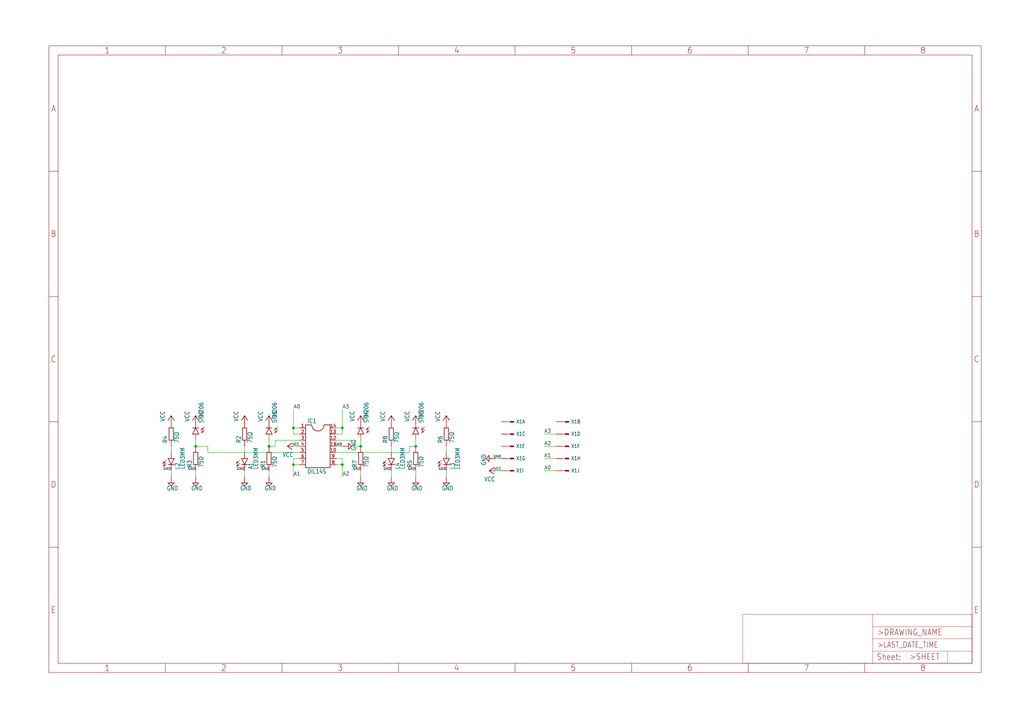
<source format=kicad_sch>
(kicad_sch (version 20210621) (generator eeschema)
  (paper "User" 425.45 299.593)
  (lib_symbols
    (symbol "lsar-eagle-import:057-010-1"
      (property "Reference" "X" (at 1.016 -0.762 0))
      (symbol "057-010-1_1_0"
        (polyline (pts (xy -2.54 0) (xy -1.27 0)) (stroke (width 0.1524)))
        (polyline (pts (xy 0 0) (xy -1.27 0)) (stroke (width 0.6096)))
        (pin passive line (at -5.08 0 0) (length 2.54) (name "S") (number "1"))
      )
      (symbol "057-010-1_2_0"
        (polyline (pts (xy -2.54 0) (xy -1.27 0)) (stroke (width 0.1524)))
        (polyline (pts (xy 0 0) (xy -1.27 0)) (stroke (width 0.6096)))
        (pin passive line (at -5.08 0 0) (length 2.54) (name "S") (number "2"))
      )
      (symbol "057-010-1_3_0"
        (polyline (pts (xy -2.54 0) (xy -1.27 0)) (stroke (width 0.1524)))
        (polyline (pts (xy 0 0) (xy -1.27 0)) (stroke (width 0.6096)))
        (pin passive line (at -5.08 0 0) (length 2.54) (name "S") (number "3"))
      )
      (symbol "057-010-1_4_0"
        (polyline (pts (xy -2.54 0) (xy -1.27 0)) (stroke (width 0.1524)))
        (polyline (pts (xy 0 0) (xy -1.27 0)) (stroke (width 0.6096)))
        (pin passive line (at -5.08 0 0) (length 2.54) (name "S") (number "4"))
      )
      (symbol "057-010-1_5_0"
        (polyline (pts (xy -2.54 0) (xy -1.27 0)) (stroke (width 0.1524)))
        (polyline (pts (xy 0 0) (xy -1.27 0)) (stroke (width 0.6096)))
        (pin passive line (at -5.08 0 0) (length 2.54) (name "S") (number "5"))
      )
      (symbol "057-010-1_6_0"
        (polyline (pts (xy -2.54 0) (xy -1.27 0)) (stroke (width 0.1524)))
        (polyline (pts (xy 0 0) (xy -1.27 0)) (stroke (width 0.6096)))
        (pin passive line (at -5.08 0 0) (length 2.54) (name "S") (number "6"))
      )
      (symbol "057-010-1_7_0"
        (polyline (pts (xy -2.54 0) (xy -1.27 0)) (stroke (width 0.1524)))
        (polyline (pts (xy 0 0) (xy -1.27 0)) (stroke (width 0.6096)))
        (pin passive line (at -5.08 0 0) (length 2.54) (name "S") (number "7"))
      )
      (symbol "057-010-1_8_0"
        (polyline (pts (xy -2.54 0) (xy -1.27 0)) (stroke (width 0.1524)))
        (polyline (pts (xy 0 0) (xy -1.27 0)) (stroke (width 0.6096)))
        (pin passive line (at -5.08 0 0) (length 2.54) (name "S") (number "8"))
      )
      (symbol "057-010-1_9_0"
        (polyline (pts (xy -2.54 0) (xy -1.27 0)) (stroke (width 0.1524)))
        (polyline (pts (xy 0 0) (xy -1.27 0)) (stroke (width 0.6096)))
        (pin passive line (at -5.08 0 0) (length 2.54) (name "S") (number "9"))
      )
      (symbol "057-010-1_10_0"
        (polyline (pts (xy -2.54 0) (xy -1.27 0)) (stroke (width 0.1524)))
        (polyline (pts (xy 0 0) (xy -1.27 0)) (stroke (width 0.6096)))
        (pin passive line (at -5.08 0 0) (length 2.54) (name "S") (number "10"))
      )
    )
    (symbol "lsar-eagle-import:A3L-LOC"
      (symbol "A3L-LOC_0_0"
        (text "1" (at 24.2094 1.905 0) (effects (font (size 2.54 2.286))))
        (text "1" (at 24.2094 258.445 0) (effects (font (size 2.54 2.286))))
        (text "2" (at 72.6281 1.905 0) (effects (font (size 2.54 2.286))))
        (text "2" (at 72.6281 258.445 0) (effects (font (size 2.54 2.286))))
        (text "3" (at 121.0469 1.905 0) (effects (font (size 2.54 2.286))))
        (text "3" (at 121.0469 258.445 0) (effects (font (size 2.54 2.286))))
        (text "4" (at 169.4656 1.905 0) (effects (font (size 2.54 2.286))))
        (text "4" (at 169.4656 258.445 0) (effects (font (size 2.54 2.286))))
        (text "5" (at 217.8844 1.905 0) (effects (font (size 2.54 2.286))))
        (text "5" (at 217.8844 258.445 0) (effects (font (size 2.54 2.286))))
        (text "6" (at 266.3031 1.905 0) (effects (font (size 2.54 2.286))))
        (text "6" (at 266.3031 258.445 0) (effects (font (size 2.54 2.286))))
        (text "7" (at 314.7219 1.905 0) (effects (font (size 2.54 2.286))))
        (text "7" (at 314.7219 258.445 0) (effects (font (size 2.54 2.286))))
        (text "8" (at 363.1406 1.905 0) (effects (font (size 2.54 2.286))))
        (text "8" (at 363.1406 258.445 0) (effects (font (size 2.54 2.286))))
        (text "A" (at 1.905 234.315 0) (effects (font (size 2.54 2.286))))
        (text "A" (at 385.445 234.315 0) (effects (font (size 2.54 2.286))))
        (text "B" (at 1.905 182.245 0) (effects (font (size 2.54 2.286))))
        (text "B" (at 385.445 182.245 0) (effects (font (size 2.54 2.286))))
        (text "C" (at 1.905 130.175 0) (effects (font (size 2.54 2.286))))
        (text "C" (at 385.445 130.175 0) (effects (font (size 2.54 2.286))))
        (text "D" (at 1.905 78.105 0) (effects (font (size 2.54 2.286))))
        (text "D" (at 385.445 78.105 0) (effects (font (size 2.54 2.286))))
        (text "E" (at 1.905 26.035 0) (effects (font (size 2.54 2.286))))
        (text "E" (at 385.445 26.035 0) (effects (font (size 2.54 2.286))))
        (polyline (pts (xy 0 52.07) (xy 3.81 52.07)))
        (polyline (pts (xy 0 104.14) (xy 3.81 104.14)))
        (polyline (pts (xy 0 156.21) (xy 3.81 156.21)))
        (polyline (pts (xy 0 208.28) (xy 3.81 208.28)))
        (polyline (pts (xy 3.81 3.81) (xy 3.81 256.54)))
        (polyline (pts (xy 48.4188 0) (xy 48.4188 3.81)))
        (polyline (pts (xy 48.4188 256.54) (xy 48.4188 260.35)))
        (polyline (pts (xy 96.8375 0) (xy 96.8375 3.81)))
        (polyline (pts (xy 96.8375 256.54) (xy 96.8375 260.35)))
        (polyline (pts (xy 145.2563 0) (xy 145.2563 3.81)))
        (polyline (pts (xy 145.2563 256.54) (xy 145.2563 260.35)))
        (polyline (pts (xy 193.675 0) (xy 193.675 3.81)))
        (polyline (pts (xy 193.675 256.54) (xy 193.675 260.35)))
        (polyline (pts (xy 242.0938 0) (xy 242.0938 3.81)))
        (polyline (pts (xy 242.0938 256.54) (xy 242.0938 260.35)))
        (polyline (pts (xy 290.5125 0) (xy 290.5125 3.81)))
        (polyline (pts (xy 290.5125 256.54) (xy 290.5125 260.35)))
        (polyline (pts (xy 338.9313 0) (xy 338.9313 3.81)))
        (polyline (pts (xy 338.9313 256.54) (xy 338.9313 260.35)))
        (polyline (pts (xy 383.54 3.81) (xy 3.81 3.81)))
        (polyline (pts (xy 383.54 3.81) (xy 383.54 256.54)))
        (polyline (pts (xy 383.54 52.07) (xy 387.35 52.07)))
        (polyline (pts (xy 383.54 104.14) (xy 387.35 104.14)))
        (polyline (pts (xy 383.54 156.21) (xy 387.35 156.21)))
        (polyline (pts (xy 383.54 208.28) (xy 387.35 208.28)))
        (polyline (pts (xy 383.54 256.54) (xy 3.81 256.54)))
        (polyline (pts (xy 0 0) (xy 387.35 0) (xy 387.35 260.35) (xy 0 260.35) (xy 0 0)))
      )
      (symbol "A3L-LOC_1_0"
        (text ">DRAWING_NAME" (at 344.17 15.24 0) (effects (font (size 2.54 2.159)) (justify left bottom)))
        (text ">LAST_DATE_TIME" (at 344.17 10.16 0) (effects (font (size 2.286 1.9431)) (justify left bottom)))
        (text ">SHEET" (at 357.505 5.08 0) (effects (font (size 2.54 2.159)) (justify left bottom)))
        (text "Sheet:" (at 343.916 4.953 0) (effects (font (size 2.54 2.159)) (justify left bottom)))
        (polyline (pts (xy 288.29 3.81) (xy 288.29 24.13)) (stroke (width 0.1016)))
        (polyline (pts (xy 288.29 3.81) (xy 342.265 3.81)) (stroke (width 0.1016)))
        (polyline (pts (xy 288.29 24.13) (xy 342.265 24.13)) (stroke (width 0.1016)))
        (polyline (pts (xy 342.265 3.81) (xy 373.38 3.81)) (stroke (width 0.1016)))
        (polyline (pts (xy 342.265 8.89) (xy 342.265 3.81)) (stroke (width 0.1016)))
        (polyline (pts (xy 342.265 8.89) (xy 342.265 13.97)) (stroke (width 0.1016)))
        (polyline (pts (xy 342.265 13.97) (xy 342.265 19.05)) (stroke (width 0.1016)))
        (polyline (pts (xy 342.265 13.97) (xy 383.54 13.97)) (stroke (width 0.1016)))
        (polyline (pts (xy 342.265 19.05) (xy 342.265 24.13)) (stroke (width 0.1016)))
        (polyline (pts (xy 342.265 19.05) (xy 383.54 19.05)) (stroke (width 0.1016)))
        (polyline (pts (xy 342.265 24.13) (xy 383.54 24.13)) (stroke (width 0.1016)))
        (polyline (pts (xy 373.38 3.81) (xy 373.38 8.89)) (stroke (width 0.1016)))
        (polyline (pts (xy 373.38 3.81) (xy 383.54 3.81)) (stroke (width 0.1016)))
        (polyline (pts (xy 373.38 8.89) (xy 342.265 8.89)) (stroke (width 0.1016)))
        (polyline (pts (xy 373.38 8.89) (xy 383.54 8.89)) (stroke (width 0.1016)))
        (polyline (pts (xy 383.54 3.81) (xy 383.54 8.89)) (stroke (width 0.1016)))
        (polyline (pts (xy 383.54 8.89) (xy 383.54 13.97)) (stroke (width 0.1016)))
        (polyline (pts (xy 383.54 13.97) (xy 383.54 19.05)) (stroke (width 0.1016)))
        (polyline (pts (xy 383.54 19.05) (xy 383.54 24.13)) (stroke (width 0.1016)))
      )
    )
    (symbol "lsar-eagle-import:DIL14S"
      (property "Reference" "IC" (at -4.445 9.525 0))
      (property "Value" "DIL14S" (at -4.445 -11.43 0))
      (symbol "DIL14S_1_0"
        (arc (start -2.54 8.89) (end 2.54 8.89) (radius (at 0 8.89) (length 2.54) (angles -179.9 -0.1)) (stroke (width 0.254)))
        (polyline (pts (xy -5.08 -8.89) (xy 5.08 -8.89)) (stroke (width 0.254)))
        (polyline (pts (xy -5.08 8.89) (xy -5.08 -8.89)) (stroke (width 0.254)))
        (polyline (pts (xy -5.08 8.89) (xy -2.54 8.89)) (stroke (width 0.254)))
        (polyline (pts (xy 5.08 -8.89) (xy 5.08 8.89)) (stroke (width 0.254)))
        (polyline (pts (xy 5.08 8.89) (xy 2.54 8.89)) (stroke (width 0.254)))
        (pin passive line (at -7.62 7.62 0) (length 2.54) (name "1") (number "1"))
        (pin passive line (at 7.62 -2.54 180) (length 2.54) (name "10") (number "10"))
        (pin passive line (at 7.62 0 180) (length 2.54) (name "11") (number "11"))
        (pin passive line (at 7.62 2.54 180) (length 2.54) (name "12") (number "12"))
        (pin passive line (at 7.62 5.08 180) (length 2.54) (name "13") (number "13"))
        (pin passive line (at 7.62 7.62 180) (length 2.54) (name "14") (number "14"))
        (pin passive line (at -7.62 5.08 0) (length 2.54) (name "2") (number "2"))
        (pin passive line (at -7.62 2.54 0) (length 2.54) (name "3") (number "3"))
        (pin passive line (at -7.62 0 0) (length 2.54) (name "4") (number "4"))
        (pin passive line (at -7.62 -2.54 0) (length 2.54) (name "5") (number "5"))
        (pin passive line (at -7.62 -5.08 0) (length 2.54) (name "6") (number "6"))
        (pin passive line (at -7.62 -7.62 0) (length 2.54) (name "7") (number "7"))
        (pin passive line (at 7.62 -7.62 180) (length 2.54) (name "8") (number "8"))
        (pin passive line (at 7.62 -5.08 180) (length 2.54) (name "9") (number "9"))
      )
    )
    (symbol "lsar-eagle-import:GND" (power)
      (property "Value" "GND" (at -1.905 -3.175 0))
      (symbol "GND_1_0"
        (polyline (pts (xy -1.27 0) (xy 1.27 0)) (stroke (width 0.254)))
        (polyline (pts (xy 0 -1.27) (xy -1.27 0)) (stroke (width 0.254)))
        (polyline (pts (xy 1.27 0) (xy 0 -1.27)) (stroke (width 0.254)))
        (pin power_in line (at 0 2.54 270) (length 2.54) (name "GND") (number "1"))
      )
    )
    (symbol "lsar-eagle-import:LED3MM"
      (property "Reference" "LED" (at 3.556 -4.572 90))
      (property "Value" "LED3MM" (at 5.715 -4.572 90))
      (symbol "LED3MM_1_0"
        (polyline (pts (xy -2.032 -0.762) (xy -3.429 -2.159)) (stroke (width 0.1524)))
        (polyline (pts (xy -1.905 -1.905) (xy -3.302 -3.302)) (stroke (width 0.1524)))
        (polyline (pts (xy 0 -2.54) (xy -1.27 -2.54)) (stroke (width 0.254)))
        (polyline (pts (xy 0 -2.54) (xy -1.27 0)) (stroke (width 0.254)))
        (polyline (pts (xy 0 0) (xy -1.27 0)) (stroke (width 0.254)))
        (polyline (pts (xy 1.27 -2.54) (xy 0 -2.54)) (stroke (width 0.254)))
        (polyline (pts (xy 1.27 0) (xy 0 -2.54)) (stroke (width 0.254)))
        (polyline (pts (xy 1.27 0) (xy 0 0)) (stroke (width 0.254)))
        (polyline (pts (xy -3.429 -2.159) (xy -3.048 -1.27) (xy -2.54 -1.778)) (fill (type outline)))
        (polyline (pts (xy -3.302 -3.302) (xy -2.921 -2.413) (xy -2.413 -2.921)) (fill (type outline)))
        (pin passive line (at 0 2.54 270) (length 2.54) (name "A") (number "A"))
        (pin passive line (at 0 -5.08 90) (length 2.54) (name "C") (number "K"))
      )
    )
    (symbol "lsar-eagle-import:R-EU_0207{slash}10"
      (property "Reference" "R" (at -3.81 1.4986 0))
      (property "Value" "R-EU_0207{slash}10" (at -3.81 -3.302 0))
      (symbol "R-EU_0207{slash}10_1_0"
        (polyline (pts (xy -2.54 -0.889) (xy -2.54 0.889)) (stroke (width 0.254)))
        (polyline (pts (xy -2.54 -0.889) (xy 2.54 -0.889)) (stroke (width 0.254)))
        (polyline (pts (xy 2.54 -0.889) (xy 2.54 0.889)) (stroke (width 0.254)))
        (polyline (pts (xy 2.54 0.889) (xy -2.54 0.889)) (stroke (width 0.254)))
        (pin passive line (at -5.08 0 0) (length 2.54) (name "1") (number "1"))
        (pin passive line (at 5.08 0 180) (length 2.54) (name "2") (number "2"))
      )
    )
    (symbol "lsar-eagle-import:SFH206"
      (property "Reference" "D" (at 3.556 -4.318 90))
      (property "Value" "SFH206" (at 5.715 -4.318 90))
      (symbol "SFH206_1_0"
        (polyline (pts (xy -3.81 -1.905) (xy -2.413 -0.508)) (stroke (width 0.1524)))
        (polyline (pts (xy -3.683 -3.048) (xy -2.286 -1.651)) (stroke (width 0.1524)))
        (polyline (pts (xy -3.302 -0.889) (xy -2.794 -1.397)) (stroke (width 0.1524)))
        (polyline (pts (xy -3.175 -2.032) (xy -2.667 -2.54)) (stroke (width 0.1524)))
        (polyline (pts (xy -2.794 -1.397) (xy -2.413 -0.508)) (stroke (width 0.1524)))
        (polyline (pts (xy -2.667 -2.54) (xy -2.286 -1.651)) (stroke (width 0.1524)))
        (polyline (pts (xy -2.413 -0.508) (xy -3.302 -0.889)) (stroke (width 0.1524)))
        (polyline (pts (xy -2.286 -1.651) (xy -3.175 -2.032)) (stroke (width 0.1524)))
        (polyline (pts (xy 0 -2.54) (xy -1.27 -2.54)) (stroke (width 0.254)))
        (polyline (pts (xy 0 -2.54) (xy -1.27 0)) (stroke (width 0.254)))
        (polyline (pts (xy 0 0) (xy -1.27 0)) (stroke (width 0.254)))
        (polyline (pts (xy 0 2.54) (xy 0 0)) (stroke (width 0.1524)))
        (polyline (pts (xy 1.27 -2.54) (xy 0 -2.54)) (stroke (width 0.254)))
        (polyline (pts (xy 1.27 0) (xy 0 -2.54)) (stroke (width 0.254)))
        (polyline (pts (xy 1.27 0) (xy 0 0)) (stroke (width 0.254)))
        (pin passive line (at 0 2.54 270) (length 0) (name "A") (number "A"))
        (pin passive line (at 0 -5.08 90) (length 2.54) (name "C") (number "K"))
      )
    )
    (symbol "lsar-eagle-import:VCC" (power)
      (property "Value" "VCC" (at -2.54 -2.54 90))
      (symbol "VCC_1_0"
        (polyline (pts (xy 0 0) (xy -1.27 -1.905)) (stroke (width 0.254)))
        (polyline (pts (xy 1.27 -1.905) (xy 0 0)) (stroke (width 0.254)))
        (pin power_in line (at 0 -2.54 90) (length 2.54) (name "VCC") (number "1"))
      )
    )
  )
  (junction (at 81.28 185.42))
  (junction (at 111.76 185.42))
  (junction (at 121.92 177.8))
  (junction (at 121.92 193.04))
  (junction (at 142.24 177.8))
  (junction (at 142.24 193.04))
  (junction (at 149.86 185.42))
  (junction (at 172.72 185.42))
  (wire (pts (xy 71.12 187.96) (xy 71.12 185.42)))
  (wire (pts (xy 71.12 195.58) (xy 71.12 198.12)))
  (wire (pts (xy 81.28 185.42) (xy 81.28 182.88)))
  (wire (pts (xy 81.28 195.58) (xy 81.28 198.12)))
  (wire (pts (xy 86.36 185.42) (xy 81.28 185.42)))
  (wire (pts (xy 86.36 187.96) (xy 86.36 185.42)))
  (wire (pts (xy 101.6 187.96) (xy 101.6 185.42)))
  (wire (pts (xy 101.6 195.58) (xy 101.6 198.12)))
  (wire (pts (xy 111.76 185.42) (xy 111.76 182.88)))
  (wire (pts (xy 111.76 195.58) (xy 111.76 198.12)))
  (wire (pts (xy 114.3 182.88) (xy 114.3 185.42)))
  (wire (pts (xy 114.3 185.42) (xy 111.76 185.42)))
  (wire (pts (xy 121.92 177.8) (xy 121.92 170.18)))
  (wire (pts (xy 121.92 180.34) (xy 121.92 177.8)))
  (wire (pts (xy 121.92 190.5) (xy 121.92 193.04)))
  (wire (pts (xy 121.92 193.04) (xy 121.92 198.12)))
  (wire (pts (xy 124.46 177.8) (xy 121.92 177.8)))
  (wire (pts (xy 124.46 180.34) (xy 121.92 180.34)))
  (wire (pts (xy 124.46 182.88) (xy 114.3 182.88)))
  (wire (pts (xy 124.46 185.42) (xy 121.92 185.42)))
  (wire (pts (xy 124.46 187.96) (xy 86.36 187.96)))
  (wire (pts (xy 124.46 190.5) (xy 121.92 190.5)))
  (wire (pts (xy 124.46 193.04) (xy 121.92 193.04)))
  (wire (pts (xy 139.7 177.8) (xy 142.24 177.8)))
  (wire (pts (xy 139.7 180.34) (xy 142.24 180.34)))
  (wire (pts (xy 139.7 182.88) (xy 147.32 182.88)))
  (wire (pts (xy 139.7 187.96) (xy 170.18 187.96)))
  (wire (pts (xy 139.7 190.5) (xy 142.24 190.5)))
  (wire (pts (xy 139.7 193.04) (xy 142.24 193.04)))
  (wire (pts (xy 142.24 177.8) (xy 142.24 170.18)))
  (wire (pts (xy 142.24 180.34) (xy 142.24 177.8)))
  (wire (pts (xy 142.24 185.42) (xy 139.7 185.42)))
  (wire (pts (xy 142.24 190.5) (xy 142.24 193.04)))
  (wire (pts (xy 142.24 193.04) (xy 142.24 198.12)))
  (wire (pts (xy 147.32 182.88) (xy 147.32 185.42)))
  (wire (pts (xy 147.32 185.42) (xy 149.86 185.42)))
  (wire (pts (xy 149.86 185.42) (xy 149.86 182.88)))
  (wire (pts (xy 149.86 195.58) (xy 149.86 198.12)))
  (wire (pts (xy 162.56 187.96) (xy 162.56 185.42)))
  (wire (pts (xy 162.56 195.58) (xy 162.56 198.12)))
  (wire (pts (xy 170.18 185.42) (xy 172.72 185.42)))
  (wire (pts (xy 170.18 187.96) (xy 170.18 185.42)))
  (wire (pts (xy 172.72 185.42) (xy 172.72 182.88)))
  (wire (pts (xy 172.72 195.58) (xy 172.72 198.12)))
  (wire (pts (xy 185.42 187.96) (xy 185.42 185.42)))
  (wire (pts (xy 185.42 195.58) (xy 185.42 198.12)))
  (wire (pts (xy 208.28 190.5) (xy 205.74 190.5)))
  (wire (pts (xy 208.28 195.58) (xy 205.74 195.58)))
  (wire (pts (xy 226.06 195.58) (xy 231.14 195.58)))
  (wire (pts (xy 231.14 180.34) (xy 226.06 180.34)))
  (wire (pts (xy 231.14 185.42) (xy 226.06 185.42)))
  (wire (pts (xy 231.14 190.5) (xy 226.06 190.5)))
  (label "GND" (at 71.12 195.58 180) (effects (font (size 1.016 1.016))))
  (label "GND" (at 81.28 195.58 180) (effects (font (size 1.016 1.016))))
  (label "GND" (at 101.6 195.58 180) (effects (font (size 1.016 1.016))))
  (label "GND" (at 111.76 195.58 180) (effects (font (size 1.016 1.016))))
  (label "A0" (at 121.92 170.18 0) (effects (font (size 1.5113 1.5113))))
  (label "A1" (at 121.92 198.12 0) (effects (font (size 1.5113 1.5113))))
  (label "VCC" (at 124.46 185.42 180) (effects (font (size 1.016 1.016))))
  (label "A3" (at 142.24 170.18 0) (effects (font (size 1.5113 1.5113))))
  (label "GND" (at 142.24 185.42 180) (effects (font (size 1.016 1.016))))
  (label "A2" (at 142.24 198.12 0) (effects (font (size 1.5113 1.5113))))
  (label "GND" (at 149.86 195.58 180) (effects (font (size 1.016 1.016))))
  (label "GND" (at 162.56 195.58 180) (effects (font (size 1.016 1.016))))
  (label "GND" (at 172.72 195.58 180) (effects (font (size 1.016 1.016))))
  (label "GND" (at 185.42 195.58 180) (effects (font (size 1.016 1.016))))
  (label "GND" (at 208.28 190.5 180) (effects (font (size 1.016 1.016))))
  (label "VCC" (at 208.28 195.58 180) (effects (font (size 1.016 1.016))))
  (label "A3" (at 226.06 180.34 0) (effects (font (size 1.5113 1.5113))))
  (label "A2" (at 226.06 185.42 0) (effects (font (size 1.5113 1.5113))))
  (label "A1" (at 226.06 190.5 0) (effects (font (size 1.5113 1.5113))))
  (label "A0" (at 226.06 195.58 0) (effects (font (size 1.5113 1.5113))))
  (symbol (lib_id "lsar-eagle-import:057-010-1") (at 213.36 175.26 0) (unit 1)
    (property "Reference" "X1" (at 214.376 176.022 0) (effects (font (size 1.524 1.2954)) (justify left bottom)))
    (property "Value" "057-010-1" (effects hide))
    (property "Footprint" "057-010-1" (effects hide))
  )
  (symbol (lib_id "lsar-eagle-import:057-010-1") (at 213.36 180.34 0) (unit 3)
    (property "Reference" "X1" (at 214.376 181.102 0) (effects (font (size 1.524 1.2954)) (justify left bottom)))
    (property "Value" "057-010-1" (effects hide))
    (property "Footprint" "057-010-1" (effects hide))
  )
  (symbol (lib_id "lsar-eagle-import:057-010-1") (at 213.36 185.42 0) (unit 5)
    (property "Reference" "X1" (at 214.376 186.182 0) (effects (font (size 1.524 1.2954)) (justify left bottom)))
    (property "Value" "057-010-1" (effects hide))
    (property "Footprint" "057-010-1" (effects hide))
  )
  (symbol (lib_id "lsar-eagle-import:057-010-1") (at 213.36 190.5 0) (unit 7)
    (property "Reference" "X1" (at 214.376 191.262 0) (effects (font (size 1.524 1.2954)) (justify left bottom)))
    (property "Value" "057-010-1" (effects hide))
    (property "Footprint" "057-010-1" (effects hide))
  )
  (symbol (lib_id "lsar-eagle-import:057-010-1") (at 213.36 195.58 0) (unit 9)
    (property "Reference" "X1" (at 214.376 196.342 0) (effects (font (size 1.524 1.2954)) (justify left bottom)))
    (property "Value" "057-010-1" (effects hide))
    (property "Footprint" "057-010-1" (effects hide))
  )
  (symbol (lib_id "lsar-eagle-import:057-010-1") (at 236.22 175.26 0) (unit 2)
    (property "Reference" "X1" (at 237.236 176.022 0) (effects (font (size 1.524 1.2954)) (justify left bottom)))
    (property "Value" "057-010-1" (effects hide))
    (property "Footprint" "057-010-1" (effects hide))
  )
  (symbol (lib_id "lsar-eagle-import:057-010-1") (at 236.22 180.34 0) (unit 4)
    (property "Reference" "X1" (at 237.236 181.102 0) (effects (font (size 1.524 1.2954)) (justify left bottom)))
    (property "Value" "057-010-1" (effects hide))
    (property "Footprint" "057-010-1" (effects hide))
  )
  (symbol (lib_id "lsar-eagle-import:057-010-1") (at 236.22 185.42 0) (unit 6)
    (property "Reference" "X1" (at 237.236 186.182 0) (effects (font (size 1.524 1.2954)) (justify left bottom)))
    (property "Value" "057-010-1" (effects hide))
    (property "Footprint" "057-010-1" (effects hide))
  )
  (symbol (lib_id "lsar-eagle-import:057-010-1") (at 236.22 190.5 0) (unit 8)
    (property "Reference" "X1" (at 237.236 191.262 0) (effects (font (size 1.524 1.2954)) (justify left bottom)))
    (property "Value" "057-010-1" (effects hide))
    (property "Footprint" "057-010-1" (effects hide))
  )
  (symbol (lib_id "lsar-eagle-import:057-010-1") (at 236.22 195.58 0) (unit 10)
    (property "Reference" "X1" (at 237.236 196.342 0) (effects (font (size 1.524 1.2954)) (justify left bottom)))
    (property "Value" "057-010-1" (effects hide))
    (property "Footprint" "057-010-1" (effects hide))
  )
  (symbol (lib_id "lsar-eagle-import:VCC") (at 71.12 172.72 0) (unit 1)
    (property "Reference" "#P+3" (effects hide))
    (property "Value" "VCC" (at 68.58 175.26 90) (effects (font (size 1.778 1.5113)) (justify left bottom)))
  )
  (symbol (lib_id "lsar-eagle-import:VCC") (at 81.28 172.72 0) (unit 1)
    (property "Reference" "#P+4" (effects hide))
    (property "Value" "VCC" (at 78.74 175.26 90) (effects (font (size 1.778 1.5113)) (justify left bottom)))
  )
  (symbol (lib_id "lsar-eagle-import:VCC") (at 101.6 172.72 0) (unit 1)
    (property "Reference" "#P+1" (effects hide))
    (property "Value" "VCC" (at 99.06 175.26 90) (effects (font (size 1.778 1.5113)) (justify left bottom)))
  )
  (symbol (lib_id "lsar-eagle-import:VCC") (at 111.76 172.72 0) (unit 1)
    (property "Reference" "#P+2" (effects hide))
    (property "Value" "VCC" (at 109.22 175.26 90) (effects (font (size 1.778 1.5113)) (justify left bottom)))
  )
  (symbol (lib_id "lsar-eagle-import:VCC") (at 119.38 185.42 90) (unit 1)
    (property "Reference" "#P+9" (effects hide))
    (property "Value" "VCC" (at 121.92 187.96 90) (effects (font (size 1.778 1.5113)) (justify left bottom)))
  )
  (symbol (lib_id "lsar-eagle-import:VCC") (at 149.86 172.72 0) (unit 1)
    (property "Reference" "#P+6" (effects hide))
    (property "Value" "VCC" (at 147.32 175.26 90) (effects (font (size 1.778 1.5113)) (justify left bottom)))
  )
  (symbol (lib_id "lsar-eagle-import:VCC") (at 162.56 172.72 0) (unit 1)
    (property "Reference" "#P+5" (effects hide))
    (property "Value" "VCC" (at 160.02 175.26 90) (effects (font (size 1.778 1.5113)) (justify left bottom)))
  )
  (symbol (lib_id "lsar-eagle-import:VCC") (at 172.72 172.72 0) (unit 1)
    (property "Reference" "#P+7" (effects hide))
    (property "Value" "VCC" (at 170.18 175.26 90) (effects (font (size 1.778 1.5113)) (justify left bottom)))
  )
  (symbol (lib_id "lsar-eagle-import:VCC") (at 185.42 172.72 0) (unit 1)
    (property "Reference" "#P+8" (effects hide))
    (property "Value" "VCC" (at 182.88 175.26 90) (effects (font (size 1.778 1.5113)) (justify left bottom)))
  )
  (symbol (lib_id "lsar-eagle-import:VCC") (at 203.2 195.58 90) (unit 1)
    (property "Reference" "#P+10" (effects hide))
    (property "Value" "VCC" (at 205.74 198.12 90) (effects (font (size 1.778 1.5113)) (justify left bottom)))
  )
  (symbol (lib_id "lsar-eagle-import:GND") (at 71.12 200.66 0) (unit 1)
    (property "Reference" "#SUPPLY3" (effects hide))
    (property "Value" "GND" (at 69.215 203.835 0) (effects (font (size 1.778 1.5113)) (justify left bottom)))
  )
  (symbol (lib_id "lsar-eagle-import:GND") (at 81.28 200.66 0) (unit 1)
    (property "Reference" "#SUPPLY4" (effects hide))
    (property "Value" "GND" (at 79.375 203.835 0) (effects (font (size 1.778 1.5113)) (justify left bottom)))
  )
  (symbol (lib_id "lsar-eagle-import:GND") (at 101.6 200.66 0) (unit 1)
    (property "Reference" "#SUPPLY1" (effects hide))
    (property "Value" "GND" (at 99.695 203.835 0) (effects (font (size 1.778 1.5113)) (justify left bottom)))
  )
  (symbol (lib_id "lsar-eagle-import:GND") (at 111.76 200.66 0) (unit 1)
    (property "Reference" "#SUPPLY2" (effects hide))
    (property "Value" "GND" (at 109.855 203.835 0) (effects (font (size 1.778 1.5113)) (justify left bottom)))
  )
  (symbol (lib_id "lsar-eagle-import:GND") (at 144.78 185.42 90) (unit 1)
    (property "Reference" "#SUPPLY9" (effects hide))
    (property "Value" "GND" (at 147.955 187.325 0) (effects (font (size 1.778 1.5113)) (justify left bottom)))
  )
  (symbol (lib_id "lsar-eagle-import:GND") (at 149.86 200.66 0) (unit 1)
    (property "Reference" "#SUPPLY6" (effects hide))
    (property "Value" "GND" (at 147.955 203.835 0) (effects (font (size 1.778 1.5113)) (justify left bottom)))
  )
  (symbol (lib_id "lsar-eagle-import:GND") (at 162.56 200.66 0) (unit 1)
    (property "Reference" "#SUPPLY5" (effects hide))
    (property "Value" "GND" (at 160.655 203.835 0) (effects (font (size 1.778 1.5113)) (justify left bottom)))
  )
  (symbol (lib_id "lsar-eagle-import:GND") (at 172.72 200.66 0) (unit 1)
    (property "Reference" "#SUPPLY7" (effects hide))
    (property "Value" "GND" (at 170.815 203.835 0) (effects (font (size 1.778 1.5113)) (justify left bottom)))
  )
  (symbol (lib_id "lsar-eagle-import:GND") (at 185.42 200.66 0) (unit 1)
    (property "Reference" "#SUPPLY8" (effects hide))
    (property "Value" "GND" (at 183.515 203.835 0) (effects (font (size 1.778 1.5113)) (justify left bottom)))
  )
  (symbol (lib_id "lsar-eagle-import:GND") (at 203.2 190.5 270) (unit 1)
    (property "Reference" "#SUPPLY10" (effects hide))
    (property "Value" "GND" (at 200.025 188.595 0) (effects (font (size 1.778 1.5113)) (justify left bottom)))
  )
  (symbol (lib_id "lsar-eagle-import:R-EU_0207{slash}10") (at 71.12 180.34 90) (unit 1)
    (property "Reference" "R4" (at 69.6214 184.15 0) (effects (font (size 1.778 1.5113)) (justify left bottom)))
    (property "Value" "75Ω" (at 74.422 184.15 0) (effects (font (size 1.778 1.5113)) (justify left bottom)))
    (property "Footprint" "0207_10" (effects hide))
  )
  (symbol (lib_id "lsar-eagle-import:R-EU_0207{slash}10") (at 81.28 190.5 90) (unit 1)
    (property "Reference" "R3" (at 79.7814 194.31 0) (effects (font (size 1.778 1.5113)) (justify left bottom)))
    (property "Value" "75Ω" (at 84.582 194.31 0) (effects (font (size 1.778 1.5113)) (justify left bottom)))
    (property "Footprint" "0207_10" (effects hide))
  )
  (symbol (lib_id "lsar-eagle-import:R-EU_0207{slash}10") (at 101.6 180.34 90) (unit 1)
    (property "Reference" "R2" (at 100.1014 184.15 0) (effects (font (size 1.778 1.5113)) (justify left bottom)))
    (property "Value" "75Ω" (at 104.902 184.15 0) (effects (font (size 1.778 1.5113)) (justify left bottom)))
    (property "Footprint" "0207_10" (effects hide))
  )
  (symbol (lib_id "lsar-eagle-import:R-EU_0207{slash}10") (at 111.76 190.5 90) (unit 1)
    (property "Reference" "R1" (at 110.2614 194.31 0) (effects (font (size 1.778 1.5113)) (justify left bottom)))
    (property "Value" "75Ω" (at 115.062 194.31 0) (effects (font (size 1.778 1.5113)) (justify left bottom)))
    (property "Footprint" "0207_10" (effects hide))
  )
  (symbol (lib_id "lsar-eagle-import:R-EU_0207{slash}10") (at 149.86 190.5 90) (unit 1)
    (property "Reference" "R7" (at 148.3614 194.31 0) (effects (font (size 1.778 1.5113)) (justify left bottom)))
    (property "Value" "75Ω" (at 153.162 194.31 0) (effects (font (size 1.778 1.5113)) (justify left bottom)))
    (property "Footprint" "0207_10" (effects hide))
  )
  (symbol (lib_id "lsar-eagle-import:R-EU_0207{slash}10") (at 162.56 180.34 90) (unit 1)
    (property "Reference" "R8" (at 161.0614 184.15 0) (effects (font (size 1.778 1.5113)) (justify left bottom)))
    (property "Value" "75Ω" (at 165.862 184.15 0) (effects (font (size 1.778 1.5113)) (justify left bottom)))
    (property "Footprint" "0207_10" (effects hide))
  )
  (symbol (lib_id "lsar-eagle-import:R-EU_0207{slash}10") (at 172.72 190.5 90) (unit 1)
    (property "Reference" "R5" (at 171.2214 194.31 0) (effects (font (size 1.778 1.5113)) (justify left bottom)))
    (property "Value" "75Ω" (at 176.022 194.31 0) (effects (font (size 1.778 1.5113)) (justify left bottom)))
    (property "Footprint" "0207_10" (effects hide))
  )
  (symbol (lib_id "lsar-eagle-import:R-EU_0207{slash}10") (at 185.42 180.34 90) (unit 1)
    (property "Reference" "R6" (at 183.9214 184.15 0) (effects (font (size 1.778 1.5113)) (justify left bottom)))
    (property "Value" "75Ω" (at 188.722 184.15 0) (effects (font (size 1.778 1.5113)) (justify left bottom)))
    (property "Footprint" "0207_10" (effects hide))
  )
  (symbol (lib_id "lsar-eagle-import:LED3MM") (at 71.12 190.5 0) (unit 1)
    (property "Reference" "L2" (at 74.676 195.072 90) (effects (font (size 1.778 1.5113)) (justify left bottom)))
    (property "Value" "LED3MM" (at 76.835 195.072 90) (effects (font (size 1.778 1.5113)) (justify left bottom)))
    (property "Footprint" "LED3MM" (effects hide))
  )
  (symbol (lib_id "lsar-eagle-import:LED3MM") (at 101.6 190.5 0) (unit 1)
    (property "Reference" "A1" (at 105.156 195.072 90) (effects (font (size 1.778 1.5113)) (justify left bottom)))
    (property "Value" "LED3MM" (at 107.315 195.072 90) (effects (font (size 1.778 1.5113)) (justify left bottom)))
    (property "Footprint" "LED3MM" (effects hide))
  )
  (symbol (lib_id "lsar-eagle-import:LED3MM") (at 162.56 190.5 0) (unit 1)
    (property "Reference" "L4" (at 166.116 195.072 90) (effects (font (size 1.778 1.5113)) (justify left bottom)))
    (property "Value" "LED3MM" (at 168.275 195.072 90) (effects (font (size 1.778 1.5113)) (justify left bottom)))
    (property "Footprint" "LED3MM" (effects hide))
  )
  (symbol (lib_id "lsar-eagle-import:LED3MM") (at 185.42 190.5 0) (unit 1)
    (property "Reference" "L3" (at 188.976 195.072 90) (effects (font (size 1.778 1.5113)) (justify left bottom)))
    (property "Value" "LED3MM" (at 191.135 195.072 90) (effects (font (size 1.778 1.5113)) (justify left bottom)))
    (property "Footprint" "LED3MM" (effects hide))
  )
  (symbol (lib_id "lsar-eagle-import:SFH206") (at 81.28 180.34 180) (unit 1)
    (property "Reference" "D2" (at 84.582 173.736 90) (effects (font (size 1.778 1.5113)) (justify right top)))
    (property "Value" "SFH206" (at 84.582 175.895 90) (effects (font (size 1.778 1.5113)) (justify right top)))
    (property "Footprint" "SFH206" (effects hide))
  )
  (symbol (lib_id "lsar-eagle-import:SFH206") (at 111.76 180.34 180) (unit 1)
    (property "Reference" "D1" (at 115.062 173.736 90) (effects (font (size 1.778 1.5113)) (justify right top)))
    (property "Value" "SFH206" (at 115.062 175.895 90) (effects (font (size 1.778 1.5113)) (justify right top)))
    (property "Footprint" "SFH206" (effects hide))
  )
  (symbol (lib_id "lsar-eagle-import:SFH206") (at 149.86 180.34 180) (unit 1)
    (property "Reference" "D4" (at 153.162 173.736 90) (effects (font (size 1.778 1.5113)) (justify right top)))
    (property "Value" "SFH206" (at 153.162 175.895 90) (effects (font (size 1.778 1.5113)) (justify right top)))
    (property "Footprint" "SFH206" (effects hide))
  )
  (symbol (lib_id "lsar-eagle-import:SFH206") (at 172.72 180.34 180) (unit 1)
    (property "Reference" "D3" (at 176.022 173.736 90) (effects (font (size 1.778 1.5113)) (justify right top)))
    (property "Value" "SFH206" (at 176.022 175.895 90) (effects (font (size 1.778 1.5113)) (justify right top)))
    (property "Footprint" "SFH206" (effects hide))
  )
  (symbol (lib_id "lsar-eagle-import:DIL14S") (at 132.08 185.42 0) (unit 1)
    (property "Reference" "IC1" (at 127.635 175.895 0) (effects (font (size 1.778 1.5113)) (justify left bottom)))
    (property "Value" "DIL14S" (at 127.635 196.85 0) (effects (font (size 1.778 1.5113)) (justify left bottom)))
    (property "Footprint" "SOCKET-14" (effects hide))
  )
  (symbol (lib_id "lsar-eagle-import:A3L-LOC") (at 20.32 279.4 0) (unit 1)
    (property "Reference" "#FRAME1" (effects hide))
    (property "Value" "A3L-LOC" (effects hide))
  )
)
</source>
